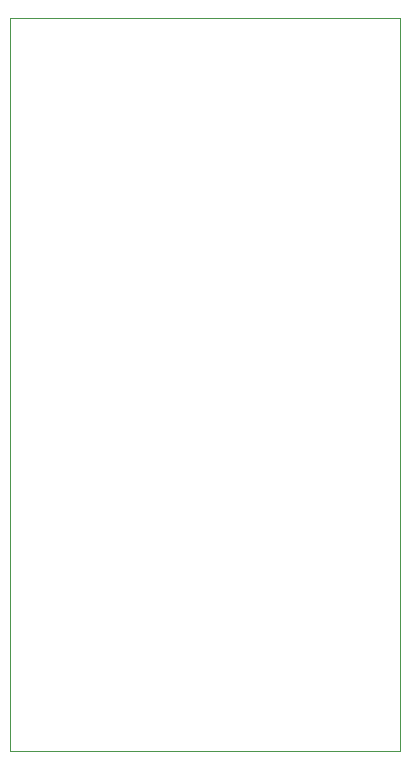
<source format=gbr>
G04 Layer_Color=0*
%FSLAX45Y45*%
%MOMM*%
%TF.FileFunction,Profile,NP*%
%TF.Part,Single*%
G01*
G75*
%TA.AperFunction,Profile*%
%ADD39C,0.02540*%
D39*
X0Y-1D02*
X3300000Y-1D01*
X3300000Y6200000D01*
X0Y6200000D01*
X0Y-1D01*
%TF.MD5,5d7368b530ea56fbf35af8b4c39703bc*%
M02*

</source>
